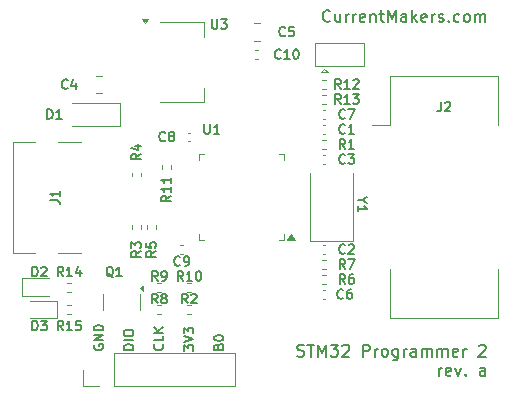
<source format=gto>
%TF.GenerationSoftware,KiCad,Pcbnew,9.0.4+dfsg-1*%
%TF.CreationDate,2025-09-23T10:19:51+08:00*%
%TF.ProjectId,stlink,73746c69-6e6b-42e6-9b69-6361645f7063,a*%
%TF.SameCoordinates,Original*%
%TF.FileFunction,Legend,Top*%
%TF.FilePolarity,Positive*%
%FSLAX45Y45*%
G04 Gerber Fmt 4.5, Leading zero omitted, Abs format (unit mm)*
G04 Created by KiCad (PCBNEW 9.0.4+dfsg-1) date 2025-09-23 10:19:51*
%MOMM*%
%LPD*%
G01*
G04 APERTURE LIST*
%ADD10C,0.150000*%
%ADD11C,0.120000*%
G04 APERTURE END LIST*
D10*
X11395110Y-10136170D02*
X11398920Y-10139979D01*
X11398920Y-10139979D02*
X11402729Y-10151408D01*
X11402729Y-10151408D02*
X11402729Y-10159027D01*
X11402729Y-10159027D02*
X11398920Y-10170455D01*
X11398920Y-10170455D02*
X11391301Y-10178074D01*
X11391301Y-10178074D02*
X11383682Y-10181884D01*
X11383682Y-10181884D02*
X11368444Y-10185694D01*
X11368444Y-10185694D02*
X11357015Y-10185694D01*
X11357015Y-10185694D02*
X11341777Y-10181884D01*
X11341777Y-10181884D02*
X11334158Y-10178074D01*
X11334158Y-10178074D02*
X11326539Y-10170455D01*
X11326539Y-10170455D02*
X11322729Y-10159027D01*
X11322729Y-10159027D02*
X11322729Y-10151408D01*
X11322729Y-10151408D02*
X11326539Y-10139979D01*
X11326539Y-10139979D02*
X11330348Y-10136170D01*
X11402729Y-10063789D02*
X11402729Y-10101884D01*
X11402729Y-10101884D02*
X11322729Y-10101884D01*
X11402729Y-10037122D02*
X11322729Y-10037122D01*
X11402729Y-9991408D02*
X11357015Y-10025694D01*
X11322729Y-9991408D02*
X11368444Y-10037122D01*
X11148730Y-10181884D02*
X11068730Y-10181884D01*
X11068730Y-10181884D02*
X11068730Y-10162836D01*
X11068730Y-10162836D02*
X11072539Y-10151408D01*
X11072539Y-10151408D02*
X11080158Y-10143789D01*
X11080158Y-10143789D02*
X11087777Y-10139979D01*
X11087777Y-10139979D02*
X11103015Y-10136170D01*
X11103015Y-10136170D02*
X11114444Y-10136170D01*
X11114444Y-10136170D02*
X11129682Y-10139979D01*
X11129682Y-10139979D02*
X11137301Y-10143789D01*
X11137301Y-10143789D02*
X11144920Y-10151408D01*
X11144920Y-10151408D02*
X11148730Y-10162836D01*
X11148730Y-10162836D02*
X11148730Y-10181884D01*
X11148730Y-10101884D02*
X11068730Y-10101884D01*
X11068730Y-10048551D02*
X11068730Y-10033313D01*
X11068730Y-10033313D02*
X11072539Y-10025694D01*
X11072539Y-10025694D02*
X11080158Y-10018074D01*
X11080158Y-10018074D02*
X11095396Y-10014265D01*
X11095396Y-10014265D02*
X11122063Y-10014265D01*
X11122063Y-10014265D02*
X11137301Y-10018074D01*
X11137301Y-10018074D02*
X11144920Y-10025694D01*
X11144920Y-10025694D02*
X11148730Y-10033313D01*
X11148730Y-10033313D02*
X11148730Y-10048551D01*
X11148730Y-10048551D02*
X11144920Y-10056170D01*
X11144920Y-10056170D02*
X11137301Y-10063789D01*
X11137301Y-10063789D02*
X11122063Y-10067598D01*
X11122063Y-10067598D02*
X11095396Y-10067598D01*
X11095396Y-10067598D02*
X11080158Y-10063789D01*
X11080158Y-10063789D02*
X11072539Y-10056170D01*
X11072539Y-10056170D02*
X11068730Y-10048551D01*
X12536346Y-10235226D02*
X12550631Y-10239988D01*
X12550631Y-10239988D02*
X12574441Y-10239988D01*
X12574441Y-10239988D02*
X12583965Y-10235226D01*
X12583965Y-10235226D02*
X12588727Y-10230464D01*
X12588727Y-10230464D02*
X12593488Y-10220940D01*
X12593488Y-10220940D02*
X12593488Y-10211416D01*
X12593488Y-10211416D02*
X12588727Y-10201892D01*
X12588727Y-10201892D02*
X12583965Y-10197130D01*
X12583965Y-10197130D02*
X12574441Y-10192368D01*
X12574441Y-10192368D02*
X12555393Y-10187607D01*
X12555393Y-10187607D02*
X12545869Y-10182845D01*
X12545869Y-10182845D02*
X12541108Y-10178083D01*
X12541108Y-10178083D02*
X12536346Y-10168559D01*
X12536346Y-10168559D02*
X12536346Y-10159035D01*
X12536346Y-10159035D02*
X12541108Y-10149511D01*
X12541108Y-10149511D02*
X12545869Y-10144749D01*
X12545869Y-10144749D02*
X12555393Y-10139988D01*
X12555393Y-10139988D02*
X12579203Y-10139988D01*
X12579203Y-10139988D02*
X12593488Y-10144749D01*
X12622060Y-10139988D02*
X12679203Y-10139988D01*
X12650631Y-10239988D02*
X12650631Y-10139988D01*
X12712536Y-10239988D02*
X12712536Y-10139988D01*
X12712536Y-10139988D02*
X12745869Y-10211416D01*
X12745869Y-10211416D02*
X12779203Y-10139988D01*
X12779203Y-10139988D02*
X12779203Y-10239988D01*
X12817298Y-10139988D02*
X12879203Y-10139988D01*
X12879203Y-10139988D02*
X12845869Y-10178083D01*
X12845869Y-10178083D02*
X12860155Y-10178083D01*
X12860155Y-10178083D02*
X12869679Y-10182845D01*
X12869679Y-10182845D02*
X12874441Y-10187607D01*
X12874441Y-10187607D02*
X12879203Y-10197130D01*
X12879203Y-10197130D02*
X12879203Y-10220940D01*
X12879203Y-10220940D02*
X12874441Y-10230464D01*
X12874441Y-10230464D02*
X12869679Y-10235226D01*
X12869679Y-10235226D02*
X12860155Y-10239988D01*
X12860155Y-10239988D02*
X12831584Y-10239988D01*
X12831584Y-10239988D02*
X12822060Y-10235226D01*
X12822060Y-10235226D02*
X12817298Y-10230464D01*
X12917298Y-10149511D02*
X12922060Y-10144749D01*
X12922060Y-10144749D02*
X12931584Y-10139988D01*
X12931584Y-10139988D02*
X12955393Y-10139988D01*
X12955393Y-10139988D02*
X12964917Y-10144749D01*
X12964917Y-10144749D02*
X12969679Y-10149511D01*
X12969679Y-10149511D02*
X12974441Y-10159035D01*
X12974441Y-10159035D02*
X12974441Y-10168559D01*
X12974441Y-10168559D02*
X12969679Y-10182845D01*
X12969679Y-10182845D02*
X12912536Y-10239988D01*
X12912536Y-10239988D02*
X12974441Y-10239988D01*
X13093489Y-10239988D02*
X13093489Y-10139988D01*
X13093489Y-10139988D02*
X13131584Y-10139988D01*
X13131584Y-10139988D02*
X13141108Y-10144749D01*
X13141108Y-10144749D02*
X13145869Y-10149511D01*
X13145869Y-10149511D02*
X13150631Y-10159035D01*
X13150631Y-10159035D02*
X13150631Y-10173321D01*
X13150631Y-10173321D02*
X13145869Y-10182845D01*
X13145869Y-10182845D02*
X13141108Y-10187607D01*
X13141108Y-10187607D02*
X13131584Y-10192368D01*
X13131584Y-10192368D02*
X13093489Y-10192368D01*
X13193489Y-10239988D02*
X13193489Y-10173321D01*
X13193489Y-10192368D02*
X13198250Y-10182845D01*
X13198250Y-10182845D02*
X13203012Y-10178083D01*
X13203012Y-10178083D02*
X13212536Y-10173321D01*
X13212536Y-10173321D02*
X13222060Y-10173321D01*
X13269679Y-10239988D02*
X13260155Y-10235226D01*
X13260155Y-10235226D02*
X13255393Y-10230464D01*
X13255393Y-10230464D02*
X13250631Y-10220940D01*
X13250631Y-10220940D02*
X13250631Y-10192368D01*
X13250631Y-10192368D02*
X13255393Y-10182845D01*
X13255393Y-10182845D02*
X13260155Y-10178083D01*
X13260155Y-10178083D02*
X13269679Y-10173321D01*
X13269679Y-10173321D02*
X13283965Y-10173321D01*
X13283965Y-10173321D02*
X13293489Y-10178083D01*
X13293489Y-10178083D02*
X13298250Y-10182845D01*
X13298250Y-10182845D02*
X13303012Y-10192368D01*
X13303012Y-10192368D02*
X13303012Y-10220940D01*
X13303012Y-10220940D02*
X13298250Y-10230464D01*
X13298250Y-10230464D02*
X13293489Y-10235226D01*
X13293489Y-10235226D02*
X13283965Y-10239988D01*
X13283965Y-10239988D02*
X13269679Y-10239988D01*
X13388727Y-10173321D02*
X13388727Y-10254273D01*
X13388727Y-10254273D02*
X13383965Y-10263797D01*
X13383965Y-10263797D02*
X13379203Y-10268559D01*
X13379203Y-10268559D02*
X13369679Y-10273321D01*
X13369679Y-10273321D02*
X13355393Y-10273321D01*
X13355393Y-10273321D02*
X13345870Y-10268559D01*
X13388727Y-10235226D02*
X13379203Y-10239988D01*
X13379203Y-10239988D02*
X13360155Y-10239988D01*
X13360155Y-10239988D02*
X13350631Y-10235226D01*
X13350631Y-10235226D02*
X13345870Y-10230464D01*
X13345870Y-10230464D02*
X13341108Y-10220940D01*
X13341108Y-10220940D02*
X13341108Y-10192368D01*
X13341108Y-10192368D02*
X13345870Y-10182845D01*
X13345870Y-10182845D02*
X13350631Y-10178083D01*
X13350631Y-10178083D02*
X13360155Y-10173321D01*
X13360155Y-10173321D02*
X13379203Y-10173321D01*
X13379203Y-10173321D02*
X13388727Y-10178083D01*
X13436346Y-10239988D02*
X13436346Y-10173321D01*
X13436346Y-10192368D02*
X13441108Y-10182845D01*
X13441108Y-10182845D02*
X13445870Y-10178083D01*
X13445870Y-10178083D02*
X13455393Y-10173321D01*
X13455393Y-10173321D02*
X13464917Y-10173321D01*
X13541108Y-10239988D02*
X13541108Y-10187607D01*
X13541108Y-10187607D02*
X13536346Y-10178083D01*
X13536346Y-10178083D02*
X13526822Y-10173321D01*
X13526822Y-10173321D02*
X13507774Y-10173321D01*
X13507774Y-10173321D02*
X13498251Y-10178083D01*
X13541108Y-10235226D02*
X13531584Y-10239988D01*
X13531584Y-10239988D02*
X13507774Y-10239988D01*
X13507774Y-10239988D02*
X13498251Y-10235226D01*
X13498251Y-10235226D02*
X13493489Y-10225702D01*
X13493489Y-10225702D02*
X13493489Y-10216178D01*
X13493489Y-10216178D02*
X13498251Y-10206654D01*
X13498251Y-10206654D02*
X13507774Y-10201892D01*
X13507774Y-10201892D02*
X13531584Y-10201892D01*
X13531584Y-10201892D02*
X13541108Y-10197130D01*
X13588727Y-10239988D02*
X13588727Y-10173321D01*
X13588727Y-10182845D02*
X13593489Y-10178083D01*
X13593489Y-10178083D02*
X13603012Y-10173321D01*
X13603012Y-10173321D02*
X13617298Y-10173321D01*
X13617298Y-10173321D02*
X13626822Y-10178083D01*
X13626822Y-10178083D02*
X13631584Y-10187607D01*
X13631584Y-10187607D02*
X13631584Y-10239988D01*
X13631584Y-10187607D02*
X13636346Y-10178083D01*
X13636346Y-10178083D02*
X13645870Y-10173321D01*
X13645870Y-10173321D02*
X13660155Y-10173321D01*
X13660155Y-10173321D02*
X13669679Y-10178083D01*
X13669679Y-10178083D02*
X13674441Y-10187607D01*
X13674441Y-10187607D02*
X13674441Y-10239988D01*
X13722060Y-10239988D02*
X13722060Y-10173321D01*
X13722060Y-10182845D02*
X13726822Y-10178083D01*
X13726822Y-10178083D02*
X13736346Y-10173321D01*
X13736346Y-10173321D02*
X13750631Y-10173321D01*
X13750631Y-10173321D02*
X13760155Y-10178083D01*
X13760155Y-10178083D02*
X13764917Y-10187607D01*
X13764917Y-10187607D02*
X13764917Y-10239988D01*
X13764917Y-10187607D02*
X13769679Y-10178083D01*
X13769679Y-10178083D02*
X13779203Y-10173321D01*
X13779203Y-10173321D02*
X13793489Y-10173321D01*
X13793489Y-10173321D02*
X13803012Y-10178083D01*
X13803012Y-10178083D02*
X13807774Y-10187607D01*
X13807774Y-10187607D02*
X13807774Y-10239988D01*
X13893489Y-10235226D02*
X13883965Y-10239988D01*
X13883965Y-10239988D02*
X13864917Y-10239988D01*
X13864917Y-10239988D02*
X13855393Y-10235226D01*
X13855393Y-10235226D02*
X13850631Y-10225702D01*
X13850631Y-10225702D02*
X13850631Y-10187607D01*
X13850631Y-10187607D02*
X13855393Y-10178083D01*
X13855393Y-10178083D02*
X13864917Y-10173321D01*
X13864917Y-10173321D02*
X13883965Y-10173321D01*
X13883965Y-10173321D02*
X13893489Y-10178083D01*
X13893489Y-10178083D02*
X13898250Y-10187607D01*
X13898250Y-10187607D02*
X13898250Y-10197130D01*
X13898250Y-10197130D02*
X13850631Y-10206654D01*
X13941108Y-10239988D02*
X13941108Y-10173321D01*
X13941108Y-10192368D02*
X13945870Y-10182845D01*
X13945870Y-10182845D02*
X13950631Y-10178083D01*
X13950631Y-10178083D02*
X13960155Y-10173321D01*
X13960155Y-10173321D02*
X13969679Y-10173321D01*
X14074441Y-10149511D02*
X14079203Y-10144749D01*
X14079203Y-10144749D02*
X14088727Y-10139988D01*
X14088727Y-10139988D02*
X14112536Y-10139988D01*
X14112536Y-10139988D02*
X14122060Y-10144749D01*
X14122060Y-10144749D02*
X14126822Y-10149511D01*
X14126822Y-10149511D02*
X14131584Y-10159035D01*
X14131584Y-10159035D02*
X14131584Y-10168559D01*
X14131584Y-10168559D02*
X14126822Y-10182845D01*
X14126822Y-10182845D02*
X14069679Y-10239988D01*
X14069679Y-10239988D02*
X14131584Y-10239988D01*
X13736346Y-10400982D02*
X13736346Y-10334315D01*
X13736346Y-10353363D02*
X13741108Y-10343839D01*
X13741108Y-10343839D02*
X13745870Y-10339077D01*
X13745870Y-10339077D02*
X13755393Y-10334315D01*
X13755393Y-10334315D02*
X13764917Y-10334315D01*
X13836346Y-10396220D02*
X13826822Y-10400982D01*
X13826822Y-10400982D02*
X13807774Y-10400982D01*
X13807774Y-10400982D02*
X13798251Y-10396220D01*
X13798251Y-10396220D02*
X13793489Y-10386696D01*
X13793489Y-10386696D02*
X13793489Y-10348601D01*
X13793489Y-10348601D02*
X13798251Y-10339077D01*
X13798251Y-10339077D02*
X13807774Y-10334315D01*
X13807774Y-10334315D02*
X13826822Y-10334315D01*
X13826822Y-10334315D02*
X13836346Y-10339077D01*
X13836346Y-10339077D02*
X13841108Y-10348601D01*
X13841108Y-10348601D02*
X13841108Y-10358125D01*
X13841108Y-10358125D02*
X13793489Y-10367649D01*
X13874441Y-10334315D02*
X13898251Y-10400982D01*
X13898251Y-10400982D02*
X13922060Y-10334315D01*
X13960155Y-10391458D02*
X13964917Y-10396220D01*
X13964917Y-10396220D02*
X13960155Y-10400982D01*
X13960155Y-10400982D02*
X13955393Y-10396220D01*
X13955393Y-10396220D02*
X13960155Y-10391458D01*
X13960155Y-10391458D02*
X13960155Y-10400982D01*
X14126822Y-10400982D02*
X14126822Y-10348601D01*
X14126822Y-10348601D02*
X14122060Y-10339077D01*
X14122060Y-10339077D02*
X14112536Y-10334315D01*
X14112536Y-10334315D02*
X14093489Y-10334315D01*
X14093489Y-10334315D02*
X14083965Y-10339077D01*
X14126822Y-10396220D02*
X14117298Y-10400982D01*
X14117298Y-10400982D02*
X14093489Y-10400982D01*
X14093489Y-10400982D02*
X14083965Y-10396220D01*
X14083965Y-10396220D02*
X14079203Y-10386696D01*
X14079203Y-10386696D02*
X14079203Y-10377172D01*
X14079203Y-10377172D02*
X14083965Y-10367649D01*
X14083965Y-10367649D02*
X14093489Y-10362887D01*
X14093489Y-10362887D02*
X14117298Y-10362887D01*
X14117298Y-10362887D02*
X14126822Y-10358125D01*
X11868825Y-10155217D02*
X11872634Y-10143789D01*
X11872634Y-10143789D02*
X11876444Y-10139979D01*
X11876444Y-10139979D02*
X11884063Y-10136170D01*
X11884063Y-10136170D02*
X11895491Y-10136170D01*
X11895491Y-10136170D02*
X11903110Y-10139979D01*
X11903110Y-10139979D02*
X11906920Y-10143789D01*
X11906920Y-10143789D02*
X11910729Y-10151408D01*
X11910729Y-10151408D02*
X11910729Y-10181884D01*
X11910729Y-10181884D02*
X11830729Y-10181884D01*
X11830729Y-10181884D02*
X11830729Y-10155217D01*
X11830729Y-10155217D02*
X11834539Y-10147598D01*
X11834539Y-10147598D02*
X11838348Y-10143789D01*
X11838348Y-10143789D02*
X11845968Y-10139979D01*
X11845968Y-10139979D02*
X11853587Y-10139979D01*
X11853587Y-10139979D02*
X11861206Y-10143789D01*
X11861206Y-10143789D02*
X11865015Y-10147598D01*
X11865015Y-10147598D02*
X11868825Y-10155217D01*
X11868825Y-10155217D02*
X11868825Y-10181884D01*
X11830729Y-10086646D02*
X11830729Y-10079027D01*
X11830729Y-10079027D02*
X11834539Y-10071408D01*
X11834539Y-10071408D02*
X11838348Y-10067598D01*
X11838348Y-10067598D02*
X11845968Y-10063789D01*
X11845968Y-10063789D02*
X11861206Y-10059979D01*
X11861206Y-10059979D02*
X11880253Y-10059979D01*
X11880253Y-10059979D02*
X11895491Y-10063789D01*
X11895491Y-10063789D02*
X11903110Y-10067598D01*
X11903110Y-10067598D02*
X11906920Y-10071408D01*
X11906920Y-10071408D02*
X11910729Y-10079027D01*
X11910729Y-10079027D02*
X11910729Y-10086646D01*
X11910729Y-10086646D02*
X11906920Y-10094265D01*
X11906920Y-10094265D02*
X11903110Y-10098074D01*
X11903110Y-10098074D02*
X11895491Y-10101884D01*
X11895491Y-10101884D02*
X11880253Y-10105694D01*
X11880253Y-10105694D02*
X11861206Y-10105694D01*
X11861206Y-10105694D02*
X11845968Y-10101884D01*
X11845968Y-10101884D02*
X11838348Y-10098074D01*
X11838348Y-10098074D02*
X11834539Y-10094265D01*
X11834539Y-10094265D02*
X11830729Y-10086646D01*
X10818539Y-10141179D02*
X10814730Y-10148798D01*
X10814730Y-10148798D02*
X10814730Y-10160227D01*
X10814730Y-10160227D02*
X10818539Y-10171655D01*
X10818539Y-10171655D02*
X10826158Y-10179274D01*
X10826158Y-10179274D02*
X10833777Y-10183084D01*
X10833777Y-10183084D02*
X10849015Y-10186894D01*
X10849015Y-10186894D02*
X10860444Y-10186894D01*
X10860444Y-10186894D02*
X10875682Y-10183084D01*
X10875682Y-10183084D02*
X10883301Y-10179274D01*
X10883301Y-10179274D02*
X10890920Y-10171655D01*
X10890920Y-10171655D02*
X10894730Y-10160227D01*
X10894730Y-10160227D02*
X10894730Y-10152608D01*
X10894730Y-10152608D02*
X10890920Y-10141179D01*
X10890920Y-10141179D02*
X10887110Y-10137370D01*
X10887110Y-10137370D02*
X10860444Y-10137370D01*
X10860444Y-10137370D02*
X10860444Y-10152608D01*
X10894730Y-10103084D02*
X10814730Y-10103084D01*
X10814730Y-10103084D02*
X10894730Y-10057370D01*
X10894730Y-10057370D02*
X10814730Y-10057370D01*
X10894730Y-10019274D02*
X10814730Y-10019274D01*
X10814730Y-10019274D02*
X10814730Y-10000227D01*
X10814730Y-10000227D02*
X10818539Y-9988798D01*
X10818539Y-9988798D02*
X10826158Y-9981179D01*
X10826158Y-9981179D02*
X10833777Y-9977370D01*
X10833777Y-9977370D02*
X10849015Y-9973560D01*
X10849015Y-9973560D02*
X10860444Y-9973560D01*
X10860444Y-9973560D02*
X10875682Y-9977370D01*
X10875682Y-9977370D02*
X10883301Y-9981179D01*
X10883301Y-9981179D02*
X10890920Y-9988798D01*
X10890920Y-9988798D02*
X10894730Y-10000227D01*
X10894730Y-10000227D02*
X10894730Y-10019274D01*
X11576729Y-10189503D02*
X11576729Y-10139979D01*
X11576729Y-10139979D02*
X11607206Y-10166646D01*
X11607206Y-10166646D02*
X11607206Y-10155217D01*
X11607206Y-10155217D02*
X11611015Y-10147598D01*
X11611015Y-10147598D02*
X11614825Y-10143789D01*
X11614825Y-10143789D02*
X11622444Y-10139979D01*
X11622444Y-10139979D02*
X11641491Y-10139979D01*
X11641491Y-10139979D02*
X11649110Y-10143789D01*
X11649110Y-10143789D02*
X11652920Y-10147598D01*
X11652920Y-10147598D02*
X11656729Y-10155217D01*
X11656729Y-10155217D02*
X11656729Y-10178074D01*
X11656729Y-10178074D02*
X11652920Y-10185694D01*
X11652920Y-10185694D02*
X11649110Y-10189503D01*
X11576729Y-10117122D02*
X11656729Y-10090455D01*
X11656729Y-10090455D02*
X11576729Y-10063789D01*
X11576729Y-10044741D02*
X11576729Y-9995217D01*
X11576729Y-9995217D02*
X11607206Y-10021884D01*
X11607206Y-10021884D02*
X11607206Y-10010455D01*
X11607206Y-10010455D02*
X11611015Y-10002836D01*
X11611015Y-10002836D02*
X11614825Y-9999027D01*
X11614825Y-9999027D02*
X11622444Y-9995217D01*
X11622444Y-9995217D02*
X11641491Y-9995217D01*
X11641491Y-9995217D02*
X11649110Y-9999027D01*
X11649110Y-9999027D02*
X11652920Y-10002836D01*
X11652920Y-10002836D02*
X11656729Y-10010455D01*
X11656729Y-10010455D02*
X11656729Y-10033313D01*
X11656729Y-10033313D02*
X11652920Y-10040932D01*
X11652920Y-10040932D02*
X11649110Y-10044741D01*
X12812536Y-7396958D02*
X12807774Y-7401720D01*
X12807774Y-7401720D02*
X12793488Y-7406482D01*
X12793488Y-7406482D02*
X12783965Y-7406482D01*
X12783965Y-7406482D02*
X12769679Y-7401720D01*
X12769679Y-7401720D02*
X12760155Y-7392196D01*
X12760155Y-7392196D02*
X12755393Y-7382672D01*
X12755393Y-7382672D02*
X12750631Y-7363625D01*
X12750631Y-7363625D02*
X12750631Y-7349339D01*
X12750631Y-7349339D02*
X12755393Y-7330291D01*
X12755393Y-7330291D02*
X12760155Y-7320768D01*
X12760155Y-7320768D02*
X12769679Y-7311244D01*
X12769679Y-7311244D02*
X12783965Y-7306482D01*
X12783965Y-7306482D02*
X12793488Y-7306482D01*
X12793488Y-7306482D02*
X12807774Y-7311244D01*
X12807774Y-7311244D02*
X12812536Y-7316006D01*
X12898250Y-7339815D02*
X12898250Y-7406482D01*
X12855393Y-7339815D02*
X12855393Y-7392196D01*
X12855393Y-7392196D02*
X12860155Y-7401720D01*
X12860155Y-7401720D02*
X12869679Y-7406482D01*
X12869679Y-7406482D02*
X12883965Y-7406482D01*
X12883965Y-7406482D02*
X12893488Y-7401720D01*
X12893488Y-7401720D02*
X12898250Y-7396958D01*
X12945869Y-7406482D02*
X12945869Y-7339815D01*
X12945869Y-7358863D02*
X12950631Y-7349339D01*
X12950631Y-7349339D02*
X12955393Y-7344577D01*
X12955393Y-7344577D02*
X12964917Y-7339815D01*
X12964917Y-7339815D02*
X12974441Y-7339815D01*
X13007774Y-7406482D02*
X13007774Y-7339815D01*
X13007774Y-7358863D02*
X13012536Y-7349339D01*
X13012536Y-7349339D02*
X13017298Y-7344577D01*
X13017298Y-7344577D02*
X13026822Y-7339815D01*
X13026822Y-7339815D02*
X13036346Y-7339815D01*
X13107774Y-7401720D02*
X13098250Y-7406482D01*
X13098250Y-7406482D02*
X13079203Y-7406482D01*
X13079203Y-7406482D02*
X13069679Y-7401720D01*
X13069679Y-7401720D02*
X13064917Y-7392196D01*
X13064917Y-7392196D02*
X13064917Y-7354101D01*
X13064917Y-7354101D02*
X13069679Y-7344577D01*
X13069679Y-7344577D02*
X13079203Y-7339815D01*
X13079203Y-7339815D02*
X13098250Y-7339815D01*
X13098250Y-7339815D02*
X13107774Y-7344577D01*
X13107774Y-7344577D02*
X13112536Y-7354101D01*
X13112536Y-7354101D02*
X13112536Y-7363625D01*
X13112536Y-7363625D02*
X13064917Y-7373148D01*
X13155393Y-7339815D02*
X13155393Y-7406482D01*
X13155393Y-7349339D02*
X13160155Y-7344577D01*
X13160155Y-7344577D02*
X13169679Y-7339815D01*
X13169679Y-7339815D02*
X13183965Y-7339815D01*
X13183965Y-7339815D02*
X13193489Y-7344577D01*
X13193489Y-7344577D02*
X13198250Y-7354101D01*
X13198250Y-7354101D02*
X13198250Y-7406482D01*
X13231584Y-7339815D02*
X13269679Y-7339815D01*
X13245870Y-7306482D02*
X13245870Y-7392196D01*
X13245870Y-7392196D02*
X13250631Y-7401720D01*
X13250631Y-7401720D02*
X13260155Y-7406482D01*
X13260155Y-7406482D02*
X13269679Y-7406482D01*
X13303012Y-7406482D02*
X13303012Y-7306482D01*
X13303012Y-7306482D02*
X13336346Y-7377910D01*
X13336346Y-7377910D02*
X13369679Y-7306482D01*
X13369679Y-7306482D02*
X13369679Y-7406482D01*
X13460155Y-7406482D02*
X13460155Y-7354101D01*
X13460155Y-7354101D02*
X13455393Y-7344577D01*
X13455393Y-7344577D02*
X13445870Y-7339815D01*
X13445870Y-7339815D02*
X13426822Y-7339815D01*
X13426822Y-7339815D02*
X13417298Y-7344577D01*
X13460155Y-7401720D02*
X13450631Y-7406482D01*
X13450631Y-7406482D02*
X13426822Y-7406482D01*
X13426822Y-7406482D02*
X13417298Y-7401720D01*
X13417298Y-7401720D02*
X13412536Y-7392196D01*
X13412536Y-7392196D02*
X13412536Y-7382672D01*
X13412536Y-7382672D02*
X13417298Y-7373148D01*
X13417298Y-7373148D02*
X13426822Y-7368387D01*
X13426822Y-7368387D02*
X13450631Y-7368387D01*
X13450631Y-7368387D02*
X13460155Y-7363625D01*
X13507774Y-7406482D02*
X13507774Y-7306482D01*
X13517298Y-7368387D02*
X13545870Y-7406482D01*
X13545870Y-7339815D02*
X13507774Y-7377910D01*
X13626822Y-7401720D02*
X13617298Y-7406482D01*
X13617298Y-7406482D02*
X13598251Y-7406482D01*
X13598251Y-7406482D02*
X13588727Y-7401720D01*
X13588727Y-7401720D02*
X13583965Y-7392196D01*
X13583965Y-7392196D02*
X13583965Y-7354101D01*
X13583965Y-7354101D02*
X13588727Y-7344577D01*
X13588727Y-7344577D02*
X13598251Y-7339815D01*
X13598251Y-7339815D02*
X13617298Y-7339815D01*
X13617298Y-7339815D02*
X13626822Y-7344577D01*
X13626822Y-7344577D02*
X13631584Y-7354101D01*
X13631584Y-7354101D02*
X13631584Y-7363625D01*
X13631584Y-7363625D02*
X13583965Y-7373148D01*
X13674441Y-7406482D02*
X13674441Y-7339815D01*
X13674441Y-7358863D02*
X13679203Y-7349339D01*
X13679203Y-7349339D02*
X13683965Y-7344577D01*
X13683965Y-7344577D02*
X13693489Y-7339815D01*
X13693489Y-7339815D02*
X13703012Y-7339815D01*
X13731584Y-7401720D02*
X13741108Y-7406482D01*
X13741108Y-7406482D02*
X13760155Y-7406482D01*
X13760155Y-7406482D02*
X13769679Y-7401720D01*
X13769679Y-7401720D02*
X13774441Y-7392196D01*
X13774441Y-7392196D02*
X13774441Y-7387434D01*
X13774441Y-7387434D02*
X13769679Y-7377910D01*
X13769679Y-7377910D02*
X13760155Y-7373148D01*
X13760155Y-7373148D02*
X13745870Y-7373148D01*
X13745870Y-7373148D02*
X13736346Y-7368387D01*
X13736346Y-7368387D02*
X13731584Y-7358863D01*
X13731584Y-7358863D02*
X13731584Y-7354101D01*
X13731584Y-7354101D02*
X13736346Y-7344577D01*
X13736346Y-7344577D02*
X13745870Y-7339815D01*
X13745870Y-7339815D02*
X13760155Y-7339815D01*
X13760155Y-7339815D02*
X13769679Y-7344577D01*
X13817298Y-7396958D02*
X13822060Y-7401720D01*
X13822060Y-7401720D02*
X13817298Y-7406482D01*
X13817298Y-7406482D02*
X13812536Y-7401720D01*
X13812536Y-7401720D02*
X13817298Y-7396958D01*
X13817298Y-7396958D02*
X13817298Y-7406482D01*
X13907774Y-7401720D02*
X13898251Y-7406482D01*
X13898251Y-7406482D02*
X13879203Y-7406482D01*
X13879203Y-7406482D02*
X13869679Y-7401720D01*
X13869679Y-7401720D02*
X13864917Y-7396958D01*
X13864917Y-7396958D02*
X13860155Y-7387434D01*
X13860155Y-7387434D02*
X13860155Y-7358863D01*
X13860155Y-7358863D02*
X13864917Y-7349339D01*
X13864917Y-7349339D02*
X13869679Y-7344577D01*
X13869679Y-7344577D02*
X13879203Y-7339815D01*
X13879203Y-7339815D02*
X13898251Y-7339815D01*
X13898251Y-7339815D02*
X13907774Y-7344577D01*
X13964917Y-7406482D02*
X13955393Y-7401720D01*
X13955393Y-7401720D02*
X13950632Y-7396958D01*
X13950632Y-7396958D02*
X13945870Y-7387434D01*
X13945870Y-7387434D02*
X13945870Y-7358863D01*
X13945870Y-7358863D02*
X13950632Y-7349339D01*
X13950632Y-7349339D02*
X13955393Y-7344577D01*
X13955393Y-7344577D02*
X13964917Y-7339815D01*
X13964917Y-7339815D02*
X13979203Y-7339815D01*
X13979203Y-7339815D02*
X13988727Y-7344577D01*
X13988727Y-7344577D02*
X13993489Y-7349339D01*
X13993489Y-7349339D02*
X13998251Y-7358863D01*
X13998251Y-7358863D02*
X13998251Y-7387434D01*
X13998251Y-7387434D02*
X13993489Y-7396958D01*
X13993489Y-7396958D02*
X13988727Y-7401720D01*
X13988727Y-7401720D02*
X13979203Y-7406482D01*
X13979203Y-7406482D02*
X13964917Y-7406482D01*
X14041108Y-7406482D02*
X14041108Y-7339815D01*
X14041108Y-7349339D02*
X14045870Y-7344577D01*
X14045870Y-7344577D02*
X14055393Y-7339815D01*
X14055393Y-7339815D02*
X14069679Y-7339815D01*
X14069679Y-7339815D02*
X14079203Y-7344577D01*
X14079203Y-7344577D02*
X14083965Y-7354101D01*
X14083965Y-7354101D02*
X14083965Y-7406482D01*
X14083965Y-7354101D02*
X14088727Y-7344577D01*
X14088727Y-7344577D02*
X14098251Y-7339815D01*
X14098251Y-7339815D02*
X14112536Y-7339815D01*
X14112536Y-7339815D02*
X14122060Y-7344577D01*
X14122060Y-7344577D02*
X14126822Y-7354101D01*
X14126822Y-7354101D02*
X14126822Y-7406482D01*
X10591167Y-7966110D02*
X10587357Y-7969920D01*
X10587357Y-7969920D02*
X10575929Y-7973729D01*
X10575929Y-7973729D02*
X10568310Y-7973729D01*
X10568310Y-7973729D02*
X10556881Y-7969920D01*
X10556881Y-7969920D02*
X10549262Y-7962301D01*
X10549262Y-7962301D02*
X10545452Y-7954682D01*
X10545452Y-7954682D02*
X10541643Y-7939444D01*
X10541643Y-7939444D02*
X10541643Y-7928015D01*
X10541643Y-7928015D02*
X10545452Y-7912777D01*
X10545452Y-7912777D02*
X10549262Y-7905158D01*
X10549262Y-7905158D02*
X10556881Y-7897539D01*
X10556881Y-7897539D02*
X10568310Y-7893729D01*
X10568310Y-7893729D02*
X10575929Y-7893729D01*
X10575929Y-7893729D02*
X10587357Y-7897539D01*
X10587357Y-7897539D02*
X10591167Y-7901348D01*
X10659738Y-7920396D02*
X10659738Y-7973729D01*
X10640691Y-7889920D02*
X10621643Y-7947063D01*
X10621643Y-7947063D02*
X10671167Y-7947063D01*
X12432667Y-7521610D02*
X12428857Y-7525420D01*
X12428857Y-7525420D02*
X12417429Y-7529229D01*
X12417429Y-7529229D02*
X12409809Y-7529229D01*
X12409809Y-7529229D02*
X12398381Y-7525420D01*
X12398381Y-7525420D02*
X12390762Y-7517801D01*
X12390762Y-7517801D02*
X12386952Y-7510182D01*
X12386952Y-7510182D02*
X12383143Y-7494944D01*
X12383143Y-7494944D02*
X12383143Y-7483515D01*
X12383143Y-7483515D02*
X12386952Y-7468277D01*
X12386952Y-7468277D02*
X12390762Y-7460658D01*
X12390762Y-7460658D02*
X12398381Y-7453039D01*
X12398381Y-7453039D02*
X12409809Y-7449229D01*
X12409809Y-7449229D02*
X12417429Y-7449229D01*
X12417429Y-7449229D02*
X12428857Y-7453039D01*
X12428857Y-7453039D02*
X12432667Y-7456848D01*
X12505048Y-7449229D02*
X12466952Y-7449229D01*
X12466952Y-7449229D02*
X12463143Y-7487325D01*
X12463143Y-7487325D02*
X12466952Y-7483515D01*
X12466952Y-7483515D02*
X12474571Y-7479706D01*
X12474571Y-7479706D02*
X12493619Y-7479706D01*
X12493619Y-7479706D02*
X12501238Y-7483515D01*
X12501238Y-7483515D02*
X12505048Y-7487325D01*
X12505048Y-7487325D02*
X12508857Y-7494944D01*
X12508857Y-7494944D02*
X12508857Y-7513991D01*
X12508857Y-7513991D02*
X12505048Y-7521610D01*
X12505048Y-7521610D02*
X12501238Y-7525420D01*
X12501238Y-7525420D02*
X12493619Y-7529229D01*
X12493619Y-7529229D02*
X12474571Y-7529229D01*
X12474571Y-7529229D02*
X12466952Y-7525420D01*
X12466952Y-7525420D02*
X12463143Y-7521610D01*
X11339229Y-9347833D02*
X11301134Y-9374500D01*
X11339229Y-9393548D02*
X11259229Y-9393548D01*
X11259229Y-9393548D02*
X11259229Y-9363071D01*
X11259229Y-9363071D02*
X11263039Y-9355452D01*
X11263039Y-9355452D02*
X11266848Y-9351643D01*
X11266848Y-9351643D02*
X11274468Y-9347833D01*
X11274468Y-9347833D02*
X11285896Y-9347833D01*
X11285896Y-9347833D02*
X11293515Y-9351643D01*
X11293515Y-9351643D02*
X11297325Y-9355452D01*
X11297325Y-9355452D02*
X11301134Y-9363071D01*
X11301134Y-9363071D02*
X11301134Y-9393548D01*
X11259229Y-9275452D02*
X11259229Y-9313548D01*
X11259229Y-9313548D02*
X11297325Y-9317357D01*
X11297325Y-9317357D02*
X11293515Y-9313548D01*
X11293515Y-9313548D02*
X11289706Y-9305929D01*
X11289706Y-9305929D02*
X11289706Y-9286881D01*
X11289706Y-9286881D02*
X11293515Y-9279262D01*
X11293515Y-9279262D02*
X11297325Y-9275452D01*
X11297325Y-9275452D02*
X11304944Y-9271643D01*
X11304944Y-9271643D02*
X11323991Y-9271643D01*
X11323991Y-9271643D02*
X11331610Y-9275452D01*
X11331610Y-9275452D02*
X11335420Y-9279262D01*
X11335420Y-9279262D02*
X11339229Y-9286881D01*
X11339229Y-9286881D02*
X11339229Y-9305929D01*
X11339229Y-9305929D02*
X11335420Y-9313548D01*
X11335420Y-9313548D02*
X11331610Y-9317357D01*
X12925167Y-9744110D02*
X12921357Y-9747920D01*
X12921357Y-9747920D02*
X12909929Y-9751730D01*
X12909929Y-9751730D02*
X12902309Y-9751730D01*
X12902309Y-9751730D02*
X12890881Y-9747920D01*
X12890881Y-9747920D02*
X12883262Y-9740301D01*
X12883262Y-9740301D02*
X12879452Y-9732682D01*
X12879452Y-9732682D02*
X12875643Y-9717444D01*
X12875643Y-9717444D02*
X12875643Y-9706015D01*
X12875643Y-9706015D02*
X12879452Y-9690777D01*
X12879452Y-9690777D02*
X12883262Y-9683158D01*
X12883262Y-9683158D02*
X12890881Y-9675539D01*
X12890881Y-9675539D02*
X12902309Y-9671730D01*
X12902309Y-9671730D02*
X12909929Y-9671730D01*
X12909929Y-9671730D02*
X12921357Y-9675539D01*
X12921357Y-9675539D02*
X12925167Y-9679349D01*
X12993738Y-9671730D02*
X12978500Y-9671730D01*
X12978500Y-9671730D02*
X12970881Y-9675539D01*
X12970881Y-9675539D02*
X12967071Y-9679349D01*
X12967071Y-9679349D02*
X12959452Y-9690777D01*
X12959452Y-9690777D02*
X12955643Y-9706015D01*
X12955643Y-9706015D02*
X12955643Y-9736491D01*
X12955643Y-9736491D02*
X12959452Y-9744110D01*
X12959452Y-9744110D02*
X12963262Y-9747920D01*
X12963262Y-9747920D02*
X12970881Y-9751730D01*
X12970881Y-9751730D02*
X12986119Y-9751730D01*
X12986119Y-9751730D02*
X12993738Y-9747920D01*
X12993738Y-9747920D02*
X12997548Y-9744110D01*
X12997548Y-9744110D02*
X13001357Y-9736491D01*
X13001357Y-9736491D02*
X13001357Y-9717444D01*
X13001357Y-9717444D02*
X12997548Y-9709825D01*
X12997548Y-9709825D02*
X12993738Y-9706015D01*
X12993738Y-9706015D02*
X12986119Y-9702206D01*
X12986119Y-9702206D02*
X12970881Y-9702206D01*
X12970881Y-9702206D02*
X12963262Y-9706015D01*
X12963262Y-9706015D02*
X12959452Y-9709825D01*
X12959452Y-9709825D02*
X12955643Y-9717444D01*
X12940667Y-8220110D02*
X12936857Y-8223920D01*
X12936857Y-8223920D02*
X12925429Y-8227729D01*
X12925429Y-8227729D02*
X12917809Y-8227729D01*
X12917809Y-8227729D02*
X12906381Y-8223920D01*
X12906381Y-8223920D02*
X12898762Y-8216301D01*
X12898762Y-8216301D02*
X12894952Y-8208682D01*
X12894952Y-8208682D02*
X12891143Y-8193444D01*
X12891143Y-8193444D02*
X12891143Y-8182015D01*
X12891143Y-8182015D02*
X12894952Y-8166777D01*
X12894952Y-8166777D02*
X12898762Y-8159158D01*
X12898762Y-8159158D02*
X12906381Y-8151539D01*
X12906381Y-8151539D02*
X12917809Y-8147729D01*
X12917809Y-8147729D02*
X12925429Y-8147729D01*
X12925429Y-8147729D02*
X12936857Y-8151539D01*
X12936857Y-8151539D02*
X12940667Y-8155348D01*
X12967333Y-8147729D02*
X13020667Y-8147729D01*
X13020667Y-8147729D02*
X12986381Y-8227729D01*
X11416667Y-8410610D02*
X11412857Y-8414420D01*
X11412857Y-8414420D02*
X11401429Y-8418230D01*
X11401429Y-8418230D02*
X11393809Y-8418230D01*
X11393809Y-8418230D02*
X11382381Y-8414420D01*
X11382381Y-8414420D02*
X11374762Y-8406801D01*
X11374762Y-8406801D02*
X11370952Y-8399182D01*
X11370952Y-8399182D02*
X11367143Y-8383944D01*
X11367143Y-8383944D02*
X11367143Y-8372515D01*
X11367143Y-8372515D02*
X11370952Y-8357277D01*
X11370952Y-8357277D02*
X11374762Y-8349658D01*
X11374762Y-8349658D02*
X11382381Y-8342039D01*
X11382381Y-8342039D02*
X11393809Y-8338229D01*
X11393809Y-8338229D02*
X11401429Y-8338229D01*
X11401429Y-8338229D02*
X11412857Y-8342039D01*
X11412857Y-8342039D02*
X11416667Y-8345848D01*
X11462381Y-8372515D02*
X11454762Y-8368706D01*
X11454762Y-8368706D02*
X11450952Y-8364896D01*
X11450952Y-8364896D02*
X11447143Y-8357277D01*
X11447143Y-8357277D02*
X11447143Y-8353468D01*
X11447143Y-8353468D02*
X11450952Y-8345848D01*
X11450952Y-8345848D02*
X11454762Y-8342039D01*
X11454762Y-8342039D02*
X11462381Y-8338229D01*
X11462381Y-8338229D02*
X11477619Y-8338229D01*
X11477619Y-8338229D02*
X11485238Y-8342039D01*
X11485238Y-8342039D02*
X11489048Y-8345848D01*
X11489048Y-8345848D02*
X11492857Y-8353468D01*
X11492857Y-8353468D02*
X11492857Y-8357277D01*
X11492857Y-8357277D02*
X11489048Y-8364896D01*
X11489048Y-8364896D02*
X11485238Y-8368706D01*
X11485238Y-8368706D02*
X11477619Y-8372515D01*
X11477619Y-8372515D02*
X11462381Y-8372515D01*
X11462381Y-8372515D02*
X11454762Y-8376325D01*
X11454762Y-8376325D02*
X11450952Y-8380134D01*
X11450952Y-8380134D02*
X11447143Y-8387753D01*
X11447143Y-8387753D02*
X11447143Y-8402991D01*
X11447143Y-8402991D02*
X11450952Y-8410610D01*
X11450952Y-8410610D02*
X11454762Y-8414420D01*
X11454762Y-8414420D02*
X11462381Y-8418230D01*
X11462381Y-8418230D02*
X11477619Y-8418230D01*
X11477619Y-8418230D02*
X11485238Y-8414420D01*
X11485238Y-8414420D02*
X11489048Y-8410610D01*
X11489048Y-8410610D02*
X11492857Y-8402991D01*
X11492857Y-8402991D02*
X11492857Y-8387753D01*
X11492857Y-8387753D02*
X11489048Y-8380134D01*
X11489048Y-8380134D02*
X11485238Y-8376325D01*
X11485238Y-8376325D02*
X11477619Y-8372515D01*
X11543667Y-9464710D02*
X11539857Y-9468520D01*
X11539857Y-9468520D02*
X11528429Y-9472330D01*
X11528429Y-9472330D02*
X11520809Y-9472330D01*
X11520809Y-9472330D02*
X11509381Y-9468520D01*
X11509381Y-9468520D02*
X11501762Y-9460901D01*
X11501762Y-9460901D02*
X11497952Y-9453282D01*
X11497952Y-9453282D02*
X11494143Y-9438044D01*
X11494143Y-9438044D02*
X11494143Y-9426615D01*
X11494143Y-9426615D02*
X11497952Y-9411377D01*
X11497952Y-9411377D02*
X11501762Y-9403758D01*
X11501762Y-9403758D02*
X11509381Y-9396139D01*
X11509381Y-9396139D02*
X11520809Y-9392330D01*
X11520809Y-9392330D02*
X11528429Y-9392330D01*
X11528429Y-9392330D02*
X11539857Y-9396139D01*
X11539857Y-9396139D02*
X11543667Y-9399949D01*
X11581762Y-9472330D02*
X11597000Y-9472330D01*
X11597000Y-9472330D02*
X11604619Y-9468520D01*
X11604619Y-9468520D02*
X11608429Y-9464710D01*
X11608429Y-9464710D02*
X11616048Y-9453282D01*
X11616048Y-9453282D02*
X11619857Y-9438044D01*
X11619857Y-9438044D02*
X11619857Y-9407568D01*
X11619857Y-9407568D02*
X11616048Y-9399949D01*
X11616048Y-9399949D02*
X11612238Y-9396139D01*
X11612238Y-9396139D02*
X11604619Y-9392330D01*
X11604619Y-9392330D02*
X11589381Y-9392330D01*
X11589381Y-9392330D02*
X11581762Y-9396139D01*
X11581762Y-9396139D02*
X11577952Y-9399949D01*
X11577952Y-9399949D02*
X11574143Y-9407568D01*
X11574143Y-9407568D02*
X11574143Y-9426615D01*
X11574143Y-9426615D02*
X11577952Y-9434234D01*
X11577952Y-9434234D02*
X11581762Y-9438044D01*
X11581762Y-9438044D02*
X11589381Y-9441853D01*
X11589381Y-9441853D02*
X11604619Y-9441853D01*
X11604619Y-9441853D02*
X11612238Y-9438044D01*
X11612238Y-9438044D02*
X11616048Y-9434234D01*
X11616048Y-9434234D02*
X11619857Y-9426615D01*
X13752833Y-8084229D02*
X13752833Y-8141372D01*
X13752833Y-8141372D02*
X13749024Y-8152801D01*
X13749024Y-8152801D02*
X13741405Y-8160420D01*
X13741405Y-8160420D02*
X13729976Y-8164229D01*
X13729976Y-8164229D02*
X13722357Y-8164229D01*
X13787119Y-8091848D02*
X13790929Y-8088039D01*
X13790929Y-8088039D02*
X13798548Y-8084229D01*
X13798548Y-8084229D02*
X13817595Y-8084229D01*
X13817595Y-8084229D02*
X13825214Y-8088039D01*
X13825214Y-8088039D02*
X13829024Y-8091848D01*
X13829024Y-8091848D02*
X13832833Y-8099468D01*
X13832833Y-8099468D02*
X13832833Y-8107087D01*
X13832833Y-8107087D02*
X13829024Y-8118515D01*
X13829024Y-8118515D02*
X13783309Y-8164229D01*
X13783309Y-8164229D02*
X13832833Y-8164229D01*
X12940667Y-9363110D02*
X12936857Y-9366920D01*
X12936857Y-9366920D02*
X12925429Y-9370730D01*
X12925429Y-9370730D02*
X12917809Y-9370730D01*
X12917809Y-9370730D02*
X12906381Y-9366920D01*
X12906381Y-9366920D02*
X12898762Y-9359301D01*
X12898762Y-9359301D02*
X12894952Y-9351682D01*
X12894952Y-9351682D02*
X12891143Y-9336444D01*
X12891143Y-9336444D02*
X12891143Y-9325015D01*
X12891143Y-9325015D02*
X12894952Y-9309777D01*
X12894952Y-9309777D02*
X12898762Y-9302158D01*
X12898762Y-9302158D02*
X12906381Y-9294539D01*
X12906381Y-9294539D02*
X12917809Y-9290730D01*
X12917809Y-9290730D02*
X12925429Y-9290730D01*
X12925429Y-9290730D02*
X12936857Y-9294539D01*
X12936857Y-9294539D02*
X12940667Y-9298349D01*
X12971143Y-9298349D02*
X12974952Y-9294539D01*
X12974952Y-9294539D02*
X12982571Y-9290730D01*
X12982571Y-9290730D02*
X13001619Y-9290730D01*
X13001619Y-9290730D02*
X13009238Y-9294539D01*
X13009238Y-9294539D02*
X13013048Y-9298349D01*
X13013048Y-9298349D02*
X13016857Y-9305968D01*
X13016857Y-9305968D02*
X13016857Y-9313587D01*
X13016857Y-9313587D02*
X13013048Y-9325015D01*
X13013048Y-9325015D02*
X12967333Y-9370730D01*
X12967333Y-9370730D02*
X13016857Y-9370730D01*
X12940667Y-8601110D02*
X12936857Y-8604920D01*
X12936857Y-8604920D02*
X12925429Y-8608730D01*
X12925429Y-8608730D02*
X12917809Y-8608730D01*
X12917809Y-8608730D02*
X12906381Y-8604920D01*
X12906381Y-8604920D02*
X12898762Y-8597301D01*
X12898762Y-8597301D02*
X12894952Y-8589682D01*
X12894952Y-8589682D02*
X12891143Y-8574444D01*
X12891143Y-8574444D02*
X12891143Y-8563015D01*
X12891143Y-8563015D02*
X12894952Y-8547777D01*
X12894952Y-8547777D02*
X12898762Y-8540158D01*
X12898762Y-8540158D02*
X12906381Y-8532539D01*
X12906381Y-8532539D02*
X12917809Y-8528730D01*
X12917809Y-8528730D02*
X12925429Y-8528730D01*
X12925429Y-8528730D02*
X12936857Y-8532539D01*
X12936857Y-8532539D02*
X12940667Y-8536349D01*
X12967333Y-8528730D02*
X13016857Y-8528730D01*
X13016857Y-8528730D02*
X12990190Y-8559206D01*
X12990190Y-8559206D02*
X13001619Y-8559206D01*
X13001619Y-8559206D02*
X13009238Y-8563015D01*
X13009238Y-8563015D02*
X13013048Y-8566825D01*
X13013048Y-8566825D02*
X13016857Y-8574444D01*
X13016857Y-8574444D02*
X13016857Y-8593491D01*
X13016857Y-8593491D02*
X13013048Y-8601110D01*
X13013048Y-8601110D02*
X13009238Y-8604920D01*
X13009238Y-8604920D02*
X13001619Y-8608730D01*
X13001619Y-8608730D02*
X12978762Y-8608730D01*
X12978762Y-8608730D02*
X12971143Y-8604920D01*
X12971143Y-8604920D02*
X12967333Y-8601110D01*
X10291452Y-9561230D02*
X10291452Y-9481230D01*
X10291452Y-9481230D02*
X10310500Y-9481230D01*
X10310500Y-9481230D02*
X10321929Y-9485039D01*
X10321929Y-9485039D02*
X10329548Y-9492658D01*
X10329548Y-9492658D02*
X10333357Y-9500277D01*
X10333357Y-9500277D02*
X10337167Y-9515515D01*
X10337167Y-9515515D02*
X10337167Y-9526944D01*
X10337167Y-9526944D02*
X10333357Y-9542182D01*
X10333357Y-9542182D02*
X10329548Y-9549801D01*
X10329548Y-9549801D02*
X10321929Y-9557420D01*
X10321929Y-9557420D02*
X10310500Y-9561230D01*
X10310500Y-9561230D02*
X10291452Y-9561230D01*
X10367643Y-9488849D02*
X10371452Y-9485039D01*
X10371452Y-9485039D02*
X10379071Y-9481230D01*
X10379071Y-9481230D02*
X10398119Y-9481230D01*
X10398119Y-9481230D02*
X10405738Y-9485039D01*
X10405738Y-9485039D02*
X10409548Y-9488849D01*
X10409548Y-9488849D02*
X10413357Y-9496468D01*
X10413357Y-9496468D02*
X10413357Y-9504087D01*
X10413357Y-9504087D02*
X10409548Y-9515515D01*
X10409548Y-9515515D02*
X10363833Y-9561230D01*
X10363833Y-9561230D02*
X10413357Y-9561230D01*
X10291452Y-10018430D02*
X10291452Y-9938430D01*
X10291452Y-9938430D02*
X10310500Y-9938430D01*
X10310500Y-9938430D02*
X10321929Y-9942239D01*
X10321929Y-9942239D02*
X10329548Y-9949858D01*
X10329548Y-9949858D02*
X10333357Y-9957477D01*
X10333357Y-9957477D02*
X10337167Y-9972715D01*
X10337167Y-9972715D02*
X10337167Y-9984144D01*
X10337167Y-9984144D02*
X10333357Y-9999382D01*
X10333357Y-9999382D02*
X10329548Y-10007001D01*
X10329548Y-10007001D02*
X10321929Y-10014620D01*
X10321929Y-10014620D02*
X10310500Y-10018430D01*
X10310500Y-10018430D02*
X10291452Y-10018430D01*
X10363833Y-9938430D02*
X10413357Y-9938430D01*
X10413357Y-9938430D02*
X10386691Y-9968906D01*
X10386691Y-9968906D02*
X10398119Y-9968906D01*
X10398119Y-9968906D02*
X10405738Y-9972715D01*
X10405738Y-9972715D02*
X10409548Y-9976525D01*
X10409548Y-9976525D02*
X10413357Y-9984144D01*
X10413357Y-9984144D02*
X10413357Y-10003191D01*
X10413357Y-10003191D02*
X10409548Y-10010810D01*
X10409548Y-10010810D02*
X10405738Y-10014620D01*
X10405738Y-10014620D02*
X10398119Y-10018430D01*
X10398119Y-10018430D02*
X10375262Y-10018430D01*
X10375262Y-10018430D02*
X10367643Y-10014620D01*
X10367643Y-10014620D02*
X10363833Y-10010810D01*
X10553071Y-9561230D02*
X10526405Y-9523134D01*
X10507357Y-9561230D02*
X10507357Y-9481230D01*
X10507357Y-9481230D02*
X10537833Y-9481230D01*
X10537833Y-9481230D02*
X10545452Y-9485039D01*
X10545452Y-9485039D02*
X10549262Y-9488849D01*
X10549262Y-9488849D02*
X10553071Y-9496468D01*
X10553071Y-9496468D02*
X10553071Y-9507896D01*
X10553071Y-9507896D02*
X10549262Y-9515515D01*
X10549262Y-9515515D02*
X10545452Y-9519325D01*
X10545452Y-9519325D02*
X10537833Y-9523134D01*
X10537833Y-9523134D02*
X10507357Y-9523134D01*
X10629262Y-9561230D02*
X10583548Y-9561230D01*
X10606405Y-9561230D02*
X10606405Y-9481230D01*
X10606405Y-9481230D02*
X10598786Y-9492658D01*
X10598786Y-9492658D02*
X10591167Y-9500277D01*
X10591167Y-9500277D02*
X10583548Y-9504087D01*
X10697833Y-9507896D02*
X10697833Y-9561230D01*
X10678786Y-9477420D02*
X10659738Y-9534563D01*
X10659738Y-9534563D02*
X10709262Y-9534563D01*
X10418452Y-8227729D02*
X10418452Y-8147729D01*
X10418452Y-8147729D02*
X10437500Y-8147729D01*
X10437500Y-8147729D02*
X10448929Y-8151539D01*
X10448929Y-8151539D02*
X10456548Y-8159158D01*
X10456548Y-8159158D02*
X10460357Y-8166777D01*
X10460357Y-8166777D02*
X10464167Y-8182015D01*
X10464167Y-8182015D02*
X10464167Y-8193444D01*
X10464167Y-8193444D02*
X10460357Y-8208682D01*
X10460357Y-8208682D02*
X10456548Y-8216301D01*
X10456548Y-8216301D02*
X10448929Y-8223920D01*
X10448929Y-8223920D02*
X10437500Y-8227729D01*
X10437500Y-8227729D02*
X10418452Y-8227729D01*
X10540357Y-8227729D02*
X10494643Y-8227729D01*
X10517500Y-8227729D02*
X10517500Y-8147729D01*
X10517500Y-8147729D02*
X10509881Y-8159158D01*
X10509881Y-8159158D02*
X10502262Y-8166777D01*
X10502262Y-8166777D02*
X10494643Y-8170587D01*
X11750048Y-8274729D02*
X11750048Y-8339491D01*
X11750048Y-8339491D02*
X11753857Y-8347110D01*
X11753857Y-8347110D02*
X11757667Y-8350920D01*
X11757667Y-8350920D02*
X11765286Y-8354729D01*
X11765286Y-8354729D02*
X11780524Y-8354729D01*
X11780524Y-8354729D02*
X11788143Y-8350920D01*
X11788143Y-8350920D02*
X11791952Y-8347110D01*
X11791952Y-8347110D02*
X11795762Y-8339491D01*
X11795762Y-8339491D02*
X11795762Y-8274729D01*
X11875762Y-8354729D02*
X11830047Y-8354729D01*
X11852905Y-8354729D02*
X11852905Y-8274729D01*
X11852905Y-8274729D02*
X11845286Y-8286158D01*
X11845286Y-8286158D02*
X11837667Y-8293777D01*
X11837667Y-8293777D02*
X11830047Y-8297587D01*
X12940667Y-8347110D02*
X12936857Y-8350920D01*
X12936857Y-8350920D02*
X12925429Y-8354729D01*
X12925429Y-8354729D02*
X12917809Y-8354729D01*
X12917809Y-8354729D02*
X12906381Y-8350920D01*
X12906381Y-8350920D02*
X12898762Y-8343301D01*
X12898762Y-8343301D02*
X12894952Y-8335682D01*
X12894952Y-8335682D02*
X12891143Y-8320444D01*
X12891143Y-8320444D02*
X12891143Y-8309015D01*
X12891143Y-8309015D02*
X12894952Y-8293777D01*
X12894952Y-8293777D02*
X12898762Y-8286158D01*
X12898762Y-8286158D02*
X12906381Y-8278539D01*
X12906381Y-8278539D02*
X12917809Y-8274729D01*
X12917809Y-8274729D02*
X12925429Y-8274729D01*
X12925429Y-8274729D02*
X12936857Y-8278539D01*
X12936857Y-8278539D02*
X12940667Y-8282348D01*
X13016857Y-8354729D02*
X12971143Y-8354729D01*
X12994000Y-8354729D02*
X12994000Y-8274729D01*
X12994000Y-8274729D02*
X12986381Y-8286158D01*
X12986381Y-8286158D02*
X12978762Y-8293777D01*
X12978762Y-8293777D02*
X12971143Y-8297587D01*
X12940667Y-8481730D02*
X12914000Y-8443634D01*
X12894952Y-8481730D02*
X12894952Y-8401730D01*
X12894952Y-8401730D02*
X12925429Y-8401730D01*
X12925429Y-8401730D02*
X12933048Y-8405539D01*
X12933048Y-8405539D02*
X12936857Y-8409349D01*
X12936857Y-8409349D02*
X12940667Y-8416968D01*
X12940667Y-8416968D02*
X12940667Y-8428396D01*
X12940667Y-8428396D02*
X12936857Y-8436015D01*
X12936857Y-8436015D02*
X12933048Y-8439825D01*
X12933048Y-8439825D02*
X12925429Y-8443634D01*
X12925429Y-8443634D02*
X12894952Y-8443634D01*
X13016857Y-8481730D02*
X12971143Y-8481730D01*
X12994000Y-8481730D02*
X12994000Y-8401730D01*
X12994000Y-8401730D02*
X12986381Y-8413158D01*
X12986381Y-8413158D02*
X12978762Y-8420777D01*
X12978762Y-8420777D02*
X12971143Y-8424587D01*
X11607167Y-9789830D02*
X11580500Y-9751734D01*
X11561452Y-9789830D02*
X11561452Y-9709830D01*
X11561452Y-9709830D02*
X11591929Y-9709830D01*
X11591929Y-9709830D02*
X11599548Y-9713639D01*
X11599548Y-9713639D02*
X11603357Y-9717449D01*
X11603357Y-9717449D02*
X11607167Y-9725068D01*
X11607167Y-9725068D02*
X11607167Y-9736496D01*
X11607167Y-9736496D02*
X11603357Y-9744115D01*
X11603357Y-9744115D02*
X11599548Y-9747925D01*
X11599548Y-9747925D02*
X11591929Y-9751734D01*
X11591929Y-9751734D02*
X11561452Y-9751734D01*
X11637643Y-9717449D02*
X11641452Y-9713639D01*
X11641452Y-9713639D02*
X11649071Y-9709830D01*
X11649071Y-9709830D02*
X11668119Y-9709830D01*
X11668119Y-9709830D02*
X11675738Y-9713639D01*
X11675738Y-9713639D02*
X11679548Y-9717449D01*
X11679548Y-9717449D02*
X11683357Y-9725068D01*
X11683357Y-9725068D02*
X11683357Y-9732687D01*
X11683357Y-9732687D02*
X11679548Y-9744115D01*
X11679548Y-9744115D02*
X11633833Y-9789830D01*
X11633833Y-9789830D02*
X11683357Y-9789830D01*
X11466229Y-8877929D02*
X11428134Y-8904595D01*
X11466229Y-8923643D02*
X11386229Y-8923643D01*
X11386229Y-8923643D02*
X11386229Y-8893167D01*
X11386229Y-8893167D02*
X11390039Y-8885548D01*
X11390039Y-8885548D02*
X11393848Y-8881738D01*
X11393848Y-8881738D02*
X11401468Y-8877929D01*
X11401468Y-8877929D02*
X11412896Y-8877929D01*
X11412896Y-8877929D02*
X11420515Y-8881738D01*
X11420515Y-8881738D02*
X11424325Y-8885548D01*
X11424325Y-8885548D02*
X11428134Y-8893167D01*
X11428134Y-8893167D02*
X11428134Y-8923643D01*
X11466229Y-8801738D02*
X11466229Y-8847452D01*
X11466229Y-8824595D02*
X11386229Y-8824595D01*
X11386229Y-8824595D02*
X11397658Y-8832214D01*
X11397658Y-8832214D02*
X11405277Y-8839833D01*
X11405277Y-8839833D02*
X11409087Y-8847452D01*
X11466229Y-8725548D02*
X11466229Y-8771262D01*
X11466229Y-8748405D02*
X11386229Y-8748405D01*
X11386229Y-8748405D02*
X11397658Y-8756024D01*
X11397658Y-8756024D02*
X11405277Y-8763643D01*
X11405277Y-8763643D02*
X11409087Y-8771262D01*
X10977881Y-9568849D02*
X10970262Y-9565039D01*
X10970262Y-9565039D02*
X10962643Y-9557420D01*
X10962643Y-9557420D02*
X10951214Y-9545991D01*
X10951214Y-9545991D02*
X10943595Y-9542182D01*
X10943595Y-9542182D02*
X10935976Y-9542182D01*
X10939786Y-9561230D02*
X10932167Y-9557420D01*
X10932167Y-9557420D02*
X10924548Y-9549801D01*
X10924548Y-9549801D02*
X10920738Y-9534563D01*
X10920738Y-9534563D02*
X10920738Y-9507896D01*
X10920738Y-9507896D02*
X10924548Y-9492658D01*
X10924548Y-9492658D02*
X10932167Y-9485039D01*
X10932167Y-9485039D02*
X10939786Y-9481230D01*
X10939786Y-9481230D02*
X10955024Y-9481230D01*
X10955024Y-9481230D02*
X10962643Y-9485039D01*
X10962643Y-9485039D02*
X10970262Y-9492658D01*
X10970262Y-9492658D02*
X10974071Y-9507896D01*
X10974071Y-9507896D02*
X10974071Y-9534563D01*
X10974071Y-9534563D02*
X10970262Y-9549801D01*
X10970262Y-9549801D02*
X10962643Y-9557420D01*
X10962643Y-9557420D02*
X10955024Y-9561230D01*
X10955024Y-9561230D02*
X10939786Y-9561230D01*
X11050262Y-9561230D02*
X11004548Y-9561230D01*
X11027405Y-9561230D02*
X11027405Y-9481230D01*
X11027405Y-9481230D02*
X11019786Y-9492658D01*
X11019786Y-9492658D02*
X11012167Y-9500277D01*
X11012167Y-9500277D02*
X11004548Y-9504087D01*
X11353167Y-9789830D02*
X11326500Y-9751734D01*
X11307452Y-9789830D02*
X11307452Y-9709830D01*
X11307452Y-9709830D02*
X11337929Y-9709830D01*
X11337929Y-9709830D02*
X11345548Y-9713639D01*
X11345548Y-9713639D02*
X11349357Y-9717449D01*
X11349357Y-9717449D02*
X11353167Y-9725068D01*
X11353167Y-9725068D02*
X11353167Y-9736496D01*
X11353167Y-9736496D02*
X11349357Y-9744115D01*
X11349357Y-9744115D02*
X11345548Y-9747925D01*
X11345548Y-9747925D02*
X11337929Y-9751734D01*
X11337929Y-9751734D02*
X11307452Y-9751734D01*
X11398881Y-9744115D02*
X11391262Y-9740306D01*
X11391262Y-9740306D02*
X11387452Y-9736496D01*
X11387452Y-9736496D02*
X11383643Y-9728877D01*
X11383643Y-9728877D02*
X11383643Y-9725068D01*
X11383643Y-9725068D02*
X11387452Y-9717449D01*
X11387452Y-9717449D02*
X11391262Y-9713639D01*
X11391262Y-9713639D02*
X11398881Y-9709830D01*
X11398881Y-9709830D02*
X11414119Y-9709830D01*
X11414119Y-9709830D02*
X11421738Y-9713639D01*
X11421738Y-9713639D02*
X11425548Y-9717449D01*
X11425548Y-9717449D02*
X11429357Y-9725068D01*
X11429357Y-9725068D02*
X11429357Y-9728877D01*
X11429357Y-9728877D02*
X11425548Y-9736496D01*
X11425548Y-9736496D02*
X11421738Y-9740306D01*
X11421738Y-9740306D02*
X11414119Y-9744115D01*
X11414119Y-9744115D02*
X11398881Y-9744115D01*
X11398881Y-9744115D02*
X11391262Y-9747925D01*
X11391262Y-9747925D02*
X11387452Y-9751734D01*
X11387452Y-9751734D02*
X11383643Y-9759353D01*
X11383643Y-9759353D02*
X11383643Y-9774591D01*
X11383643Y-9774591D02*
X11387452Y-9782210D01*
X11387452Y-9782210D02*
X11391262Y-9786020D01*
X11391262Y-9786020D02*
X11398881Y-9789830D01*
X11398881Y-9789830D02*
X11414119Y-9789830D01*
X11414119Y-9789830D02*
X11421738Y-9786020D01*
X11421738Y-9786020D02*
X11425548Y-9782210D01*
X11425548Y-9782210D02*
X11429357Y-9774591D01*
X11429357Y-9774591D02*
X11429357Y-9759353D01*
X11429357Y-9759353D02*
X11425548Y-9751734D01*
X11425548Y-9751734D02*
X11421738Y-9747925D01*
X11421738Y-9747925D02*
X11414119Y-9744115D01*
X11353167Y-9599330D02*
X11326500Y-9561234D01*
X11307452Y-9599330D02*
X11307452Y-9519330D01*
X11307452Y-9519330D02*
X11337929Y-9519330D01*
X11337929Y-9519330D02*
X11345548Y-9523139D01*
X11345548Y-9523139D02*
X11349357Y-9526949D01*
X11349357Y-9526949D02*
X11353167Y-9534568D01*
X11353167Y-9534568D02*
X11353167Y-9545996D01*
X11353167Y-9545996D02*
X11349357Y-9553615D01*
X11349357Y-9553615D02*
X11345548Y-9557425D01*
X11345548Y-9557425D02*
X11337929Y-9561234D01*
X11337929Y-9561234D02*
X11307452Y-9561234D01*
X11391262Y-9599330D02*
X11406500Y-9599330D01*
X11406500Y-9599330D02*
X11414119Y-9595520D01*
X11414119Y-9595520D02*
X11417929Y-9591710D01*
X11417929Y-9591710D02*
X11425548Y-9580282D01*
X11425548Y-9580282D02*
X11429357Y-9565044D01*
X11429357Y-9565044D02*
X11429357Y-9534568D01*
X11429357Y-9534568D02*
X11425548Y-9526949D01*
X11425548Y-9526949D02*
X11421738Y-9523139D01*
X11421738Y-9523139D02*
X11414119Y-9519330D01*
X11414119Y-9519330D02*
X11398881Y-9519330D01*
X11398881Y-9519330D02*
X11391262Y-9523139D01*
X11391262Y-9523139D02*
X11387452Y-9526949D01*
X11387452Y-9526949D02*
X11383643Y-9534568D01*
X11383643Y-9534568D02*
X11383643Y-9553615D01*
X11383643Y-9553615D02*
X11387452Y-9561234D01*
X11387452Y-9561234D02*
X11391262Y-9565044D01*
X11391262Y-9565044D02*
X11398881Y-9568853D01*
X11398881Y-9568853D02*
X11414119Y-9568853D01*
X11414119Y-9568853D02*
X11421738Y-9565044D01*
X11421738Y-9565044D02*
X11425548Y-9561234D01*
X11425548Y-9561234D02*
X11429357Y-9553615D01*
X12940667Y-9624730D02*
X12914000Y-9586634D01*
X12894952Y-9624730D02*
X12894952Y-9544730D01*
X12894952Y-9544730D02*
X12925429Y-9544730D01*
X12925429Y-9544730D02*
X12933048Y-9548539D01*
X12933048Y-9548539D02*
X12936857Y-9552349D01*
X12936857Y-9552349D02*
X12940667Y-9559968D01*
X12940667Y-9559968D02*
X12940667Y-9571396D01*
X12940667Y-9571396D02*
X12936857Y-9579015D01*
X12936857Y-9579015D02*
X12933048Y-9582825D01*
X12933048Y-9582825D02*
X12925429Y-9586634D01*
X12925429Y-9586634D02*
X12894952Y-9586634D01*
X13009238Y-9544730D02*
X12994000Y-9544730D01*
X12994000Y-9544730D02*
X12986381Y-9548539D01*
X12986381Y-9548539D02*
X12982571Y-9552349D01*
X12982571Y-9552349D02*
X12974952Y-9563777D01*
X12974952Y-9563777D02*
X12971143Y-9579015D01*
X12971143Y-9579015D02*
X12971143Y-9609491D01*
X12971143Y-9609491D02*
X12974952Y-9617110D01*
X12974952Y-9617110D02*
X12978762Y-9620920D01*
X12978762Y-9620920D02*
X12986381Y-9624730D01*
X12986381Y-9624730D02*
X13001619Y-9624730D01*
X13001619Y-9624730D02*
X13009238Y-9620920D01*
X13009238Y-9620920D02*
X13013048Y-9617110D01*
X13013048Y-9617110D02*
X13016857Y-9609491D01*
X13016857Y-9609491D02*
X13016857Y-9590444D01*
X13016857Y-9590444D02*
X13013048Y-9582825D01*
X13013048Y-9582825D02*
X13009238Y-9579015D01*
X13009238Y-9579015D02*
X13001619Y-9575206D01*
X13001619Y-9575206D02*
X12986381Y-9575206D01*
X12986381Y-9575206D02*
X12978762Y-9579015D01*
X12978762Y-9579015D02*
X12974952Y-9582825D01*
X12974952Y-9582825D02*
X12971143Y-9590444D01*
X12940667Y-9497730D02*
X12914000Y-9459634D01*
X12894952Y-9497730D02*
X12894952Y-9417730D01*
X12894952Y-9417730D02*
X12925429Y-9417730D01*
X12925429Y-9417730D02*
X12933048Y-9421539D01*
X12933048Y-9421539D02*
X12936857Y-9425349D01*
X12936857Y-9425349D02*
X12940667Y-9432968D01*
X12940667Y-9432968D02*
X12940667Y-9444396D01*
X12940667Y-9444396D02*
X12936857Y-9452015D01*
X12936857Y-9452015D02*
X12933048Y-9455825D01*
X12933048Y-9455825D02*
X12925429Y-9459634D01*
X12925429Y-9459634D02*
X12894952Y-9459634D01*
X12967333Y-9417730D02*
X13020667Y-9417730D01*
X13020667Y-9417730D02*
X12986381Y-9497730D01*
X12902571Y-7973729D02*
X12875905Y-7935634D01*
X12856857Y-7973729D02*
X12856857Y-7893729D01*
X12856857Y-7893729D02*
X12887333Y-7893729D01*
X12887333Y-7893729D02*
X12894952Y-7897539D01*
X12894952Y-7897539D02*
X12898762Y-7901348D01*
X12898762Y-7901348D02*
X12902571Y-7908968D01*
X12902571Y-7908968D02*
X12902571Y-7920396D01*
X12902571Y-7920396D02*
X12898762Y-7928015D01*
X12898762Y-7928015D02*
X12894952Y-7931825D01*
X12894952Y-7931825D02*
X12887333Y-7935634D01*
X12887333Y-7935634D02*
X12856857Y-7935634D01*
X12978762Y-7973729D02*
X12933047Y-7973729D01*
X12955905Y-7973729D02*
X12955905Y-7893729D01*
X12955905Y-7893729D02*
X12948286Y-7905158D01*
X12948286Y-7905158D02*
X12940667Y-7912777D01*
X12940667Y-7912777D02*
X12933047Y-7916587D01*
X13009238Y-7901348D02*
X13013048Y-7897539D01*
X13013048Y-7897539D02*
X13020667Y-7893729D01*
X13020667Y-7893729D02*
X13039714Y-7893729D01*
X13039714Y-7893729D02*
X13047333Y-7897539D01*
X13047333Y-7897539D02*
X13051143Y-7901348D01*
X13051143Y-7901348D02*
X13054952Y-7908968D01*
X13054952Y-7908968D02*
X13054952Y-7916587D01*
X13054952Y-7916587D02*
X13051143Y-7928015D01*
X13051143Y-7928015D02*
X13005428Y-7973729D01*
X13005428Y-7973729D02*
X13054952Y-7973729D01*
X11569071Y-9599330D02*
X11542405Y-9561234D01*
X11523357Y-9599330D02*
X11523357Y-9519330D01*
X11523357Y-9519330D02*
X11553833Y-9519330D01*
X11553833Y-9519330D02*
X11561452Y-9523139D01*
X11561452Y-9523139D02*
X11565262Y-9526949D01*
X11565262Y-9526949D02*
X11569071Y-9534568D01*
X11569071Y-9534568D02*
X11569071Y-9545996D01*
X11569071Y-9545996D02*
X11565262Y-9553615D01*
X11565262Y-9553615D02*
X11561452Y-9557425D01*
X11561452Y-9557425D02*
X11553833Y-9561234D01*
X11553833Y-9561234D02*
X11523357Y-9561234D01*
X11645262Y-9599330D02*
X11599547Y-9599330D01*
X11622405Y-9599330D02*
X11622405Y-9519330D01*
X11622405Y-9519330D02*
X11614786Y-9530758D01*
X11614786Y-9530758D02*
X11607167Y-9538377D01*
X11607167Y-9538377D02*
X11599547Y-9542187D01*
X11694786Y-9519330D02*
X11702405Y-9519330D01*
X11702405Y-9519330D02*
X11710024Y-9523139D01*
X11710024Y-9523139D02*
X11713833Y-9526949D01*
X11713833Y-9526949D02*
X11717643Y-9534568D01*
X11717643Y-9534568D02*
X11721452Y-9549806D01*
X11721452Y-9549806D02*
X11721452Y-9568853D01*
X11721452Y-9568853D02*
X11717643Y-9584091D01*
X11717643Y-9584091D02*
X11713833Y-9591710D01*
X11713833Y-9591710D02*
X11710024Y-9595520D01*
X11710024Y-9595520D02*
X11702405Y-9599330D01*
X11702405Y-9599330D02*
X11694786Y-9599330D01*
X11694786Y-9599330D02*
X11687167Y-9595520D01*
X11687167Y-9595520D02*
X11683357Y-9591710D01*
X11683357Y-9591710D02*
X11679548Y-9584091D01*
X11679548Y-9584091D02*
X11675738Y-9568853D01*
X11675738Y-9568853D02*
X11675738Y-9549806D01*
X11675738Y-9549806D02*
X11679548Y-9534568D01*
X11679548Y-9534568D02*
X11683357Y-9526949D01*
X11683357Y-9526949D02*
X11687167Y-9523139D01*
X11687167Y-9523139D02*
X11694786Y-9519330D01*
X13083866Y-8915405D02*
X13045770Y-8915405D01*
X13125770Y-8888738D02*
X13083866Y-8915405D01*
X13083866Y-8915405D02*
X13125770Y-8942071D01*
X13045770Y-9010643D02*
X13045770Y-8964929D01*
X13045770Y-8987786D02*
X13125770Y-8987786D01*
X13125770Y-8987786D02*
X13114342Y-8980167D01*
X13114342Y-8980167D02*
X13106723Y-8972548D01*
X13106723Y-8972548D02*
X13102913Y-8964929D01*
X10553071Y-10018430D02*
X10526405Y-9980334D01*
X10507357Y-10018430D02*
X10507357Y-9938430D01*
X10507357Y-9938430D02*
X10537833Y-9938430D01*
X10537833Y-9938430D02*
X10545452Y-9942239D01*
X10545452Y-9942239D02*
X10549262Y-9946049D01*
X10549262Y-9946049D02*
X10553071Y-9953668D01*
X10553071Y-9953668D02*
X10553071Y-9965096D01*
X10553071Y-9965096D02*
X10549262Y-9972715D01*
X10549262Y-9972715D02*
X10545452Y-9976525D01*
X10545452Y-9976525D02*
X10537833Y-9980334D01*
X10537833Y-9980334D02*
X10507357Y-9980334D01*
X10629262Y-10018430D02*
X10583548Y-10018430D01*
X10606405Y-10018430D02*
X10606405Y-9938430D01*
X10606405Y-9938430D02*
X10598786Y-9949858D01*
X10598786Y-9949858D02*
X10591167Y-9957477D01*
X10591167Y-9957477D02*
X10583548Y-9961287D01*
X10701643Y-9938430D02*
X10663548Y-9938430D01*
X10663548Y-9938430D02*
X10659738Y-9976525D01*
X10659738Y-9976525D02*
X10663548Y-9972715D01*
X10663548Y-9972715D02*
X10671167Y-9968906D01*
X10671167Y-9968906D02*
X10690214Y-9968906D01*
X10690214Y-9968906D02*
X10697833Y-9972715D01*
X10697833Y-9972715D02*
X10701643Y-9976525D01*
X10701643Y-9976525D02*
X10705452Y-9984144D01*
X10705452Y-9984144D02*
X10705452Y-10003191D01*
X10705452Y-10003191D02*
X10701643Y-10010810D01*
X10701643Y-10010810D02*
X10697833Y-10014620D01*
X10697833Y-10014620D02*
X10690214Y-10018430D01*
X10690214Y-10018430D02*
X10671167Y-10018430D01*
X10671167Y-10018430D02*
X10663548Y-10014620D01*
X10663548Y-10014620D02*
X10659738Y-10010810D01*
X12902571Y-8100729D02*
X12875905Y-8062634D01*
X12856857Y-8100729D02*
X12856857Y-8020729D01*
X12856857Y-8020729D02*
X12887333Y-8020729D01*
X12887333Y-8020729D02*
X12894952Y-8024539D01*
X12894952Y-8024539D02*
X12898762Y-8028348D01*
X12898762Y-8028348D02*
X12902571Y-8035968D01*
X12902571Y-8035968D02*
X12902571Y-8047396D01*
X12902571Y-8047396D02*
X12898762Y-8055015D01*
X12898762Y-8055015D02*
X12894952Y-8058825D01*
X12894952Y-8058825D02*
X12887333Y-8062634D01*
X12887333Y-8062634D02*
X12856857Y-8062634D01*
X12978762Y-8100729D02*
X12933047Y-8100729D01*
X12955905Y-8100729D02*
X12955905Y-8020729D01*
X12955905Y-8020729D02*
X12948286Y-8032158D01*
X12948286Y-8032158D02*
X12940667Y-8039777D01*
X12940667Y-8039777D02*
X12933047Y-8043587D01*
X13005428Y-8020729D02*
X13054952Y-8020729D01*
X13054952Y-8020729D02*
X13028286Y-8051206D01*
X13028286Y-8051206D02*
X13039714Y-8051206D01*
X13039714Y-8051206D02*
X13047333Y-8055015D01*
X13047333Y-8055015D02*
X13051143Y-8058825D01*
X13051143Y-8058825D02*
X13054952Y-8066444D01*
X13054952Y-8066444D02*
X13054952Y-8085491D01*
X13054952Y-8085491D02*
X13051143Y-8093110D01*
X13051143Y-8093110D02*
X13047333Y-8096920D01*
X13047333Y-8096920D02*
X13039714Y-8100729D01*
X13039714Y-8100729D02*
X13016857Y-8100729D01*
X13016857Y-8100729D02*
X13009238Y-8096920D01*
X13009238Y-8096920D02*
X13005428Y-8093110D01*
X11212229Y-9347833D02*
X11174134Y-9374500D01*
X11212229Y-9393548D02*
X11132230Y-9393548D01*
X11132230Y-9393548D02*
X11132230Y-9363071D01*
X11132230Y-9363071D02*
X11136039Y-9355452D01*
X11136039Y-9355452D02*
X11139849Y-9351643D01*
X11139849Y-9351643D02*
X11147468Y-9347833D01*
X11147468Y-9347833D02*
X11158896Y-9347833D01*
X11158896Y-9347833D02*
X11166515Y-9351643D01*
X11166515Y-9351643D02*
X11170325Y-9355452D01*
X11170325Y-9355452D02*
X11174134Y-9363071D01*
X11174134Y-9363071D02*
X11174134Y-9393548D01*
X11132230Y-9321167D02*
X11132230Y-9271643D01*
X11132230Y-9271643D02*
X11162706Y-9298309D01*
X11162706Y-9298309D02*
X11162706Y-9286881D01*
X11162706Y-9286881D02*
X11166515Y-9279262D01*
X11166515Y-9279262D02*
X11170325Y-9275452D01*
X11170325Y-9275452D02*
X11177944Y-9271643D01*
X11177944Y-9271643D02*
X11196991Y-9271643D01*
X11196991Y-9271643D02*
X11204610Y-9275452D01*
X11204610Y-9275452D02*
X11208420Y-9279262D01*
X11208420Y-9279262D02*
X11212229Y-9286881D01*
X11212229Y-9286881D02*
X11212229Y-9309738D01*
X11212229Y-9309738D02*
X11208420Y-9317357D01*
X11208420Y-9317357D02*
X11204610Y-9321167D01*
X10443730Y-8916667D02*
X10500872Y-8916667D01*
X10500872Y-8916667D02*
X10512301Y-8920476D01*
X10512301Y-8920476D02*
X10519920Y-8928095D01*
X10519920Y-8928095D02*
X10523730Y-8939524D01*
X10523730Y-8939524D02*
X10523730Y-8947143D01*
X10523730Y-8836667D02*
X10523730Y-8882381D01*
X10523730Y-8859524D02*
X10443730Y-8859524D01*
X10443730Y-8859524D02*
X10455158Y-8867143D01*
X10455158Y-8867143D02*
X10462777Y-8874762D01*
X10462777Y-8874762D02*
X10466587Y-8882381D01*
X12394571Y-7712110D02*
X12390762Y-7715920D01*
X12390762Y-7715920D02*
X12379333Y-7719729D01*
X12379333Y-7719729D02*
X12371714Y-7719729D01*
X12371714Y-7719729D02*
X12360286Y-7715920D01*
X12360286Y-7715920D02*
X12352667Y-7708301D01*
X12352667Y-7708301D02*
X12348857Y-7700682D01*
X12348857Y-7700682D02*
X12345047Y-7685444D01*
X12345047Y-7685444D02*
X12345047Y-7674015D01*
X12345047Y-7674015D02*
X12348857Y-7658777D01*
X12348857Y-7658777D02*
X12352667Y-7651158D01*
X12352667Y-7651158D02*
X12360286Y-7643539D01*
X12360286Y-7643539D02*
X12371714Y-7639729D01*
X12371714Y-7639729D02*
X12379333Y-7639729D01*
X12379333Y-7639729D02*
X12390762Y-7643539D01*
X12390762Y-7643539D02*
X12394571Y-7647348D01*
X12470762Y-7719729D02*
X12425047Y-7719729D01*
X12447905Y-7719729D02*
X12447905Y-7639729D01*
X12447905Y-7639729D02*
X12440286Y-7651158D01*
X12440286Y-7651158D02*
X12432667Y-7658777D01*
X12432667Y-7658777D02*
X12425047Y-7662587D01*
X12520286Y-7639729D02*
X12527905Y-7639729D01*
X12527905Y-7639729D02*
X12535524Y-7643539D01*
X12535524Y-7643539D02*
X12539333Y-7647348D01*
X12539333Y-7647348D02*
X12543143Y-7654968D01*
X12543143Y-7654968D02*
X12546952Y-7670206D01*
X12546952Y-7670206D02*
X12546952Y-7689253D01*
X12546952Y-7689253D02*
X12543143Y-7704491D01*
X12543143Y-7704491D02*
X12539333Y-7712110D01*
X12539333Y-7712110D02*
X12535524Y-7715920D01*
X12535524Y-7715920D02*
X12527905Y-7719729D01*
X12527905Y-7719729D02*
X12520286Y-7719729D01*
X12520286Y-7719729D02*
X12512667Y-7715920D01*
X12512667Y-7715920D02*
X12508857Y-7712110D01*
X12508857Y-7712110D02*
X12505048Y-7704491D01*
X12505048Y-7704491D02*
X12501238Y-7689253D01*
X12501238Y-7689253D02*
X12501238Y-7670206D01*
X12501238Y-7670206D02*
X12505048Y-7654968D01*
X12505048Y-7654968D02*
X12508857Y-7647348D01*
X12508857Y-7647348D02*
X12512667Y-7643539D01*
X12512667Y-7643539D02*
X12520286Y-7639729D01*
X11212229Y-8522333D02*
X11174134Y-8549000D01*
X11212229Y-8568048D02*
X11132230Y-8568048D01*
X11132230Y-8568048D02*
X11132230Y-8537571D01*
X11132230Y-8537571D02*
X11136039Y-8529952D01*
X11136039Y-8529952D02*
X11139849Y-8526143D01*
X11139849Y-8526143D02*
X11147468Y-8522333D01*
X11147468Y-8522333D02*
X11158896Y-8522333D01*
X11158896Y-8522333D02*
X11166515Y-8526143D01*
X11166515Y-8526143D02*
X11170325Y-8529952D01*
X11170325Y-8529952D02*
X11174134Y-8537571D01*
X11174134Y-8537571D02*
X11174134Y-8568048D01*
X11158896Y-8453762D02*
X11212229Y-8453762D01*
X11128420Y-8472809D02*
X11185563Y-8491857D01*
X11185563Y-8491857D02*
X11185563Y-8442333D01*
X11813548Y-7385729D02*
X11813548Y-7450491D01*
X11813548Y-7450491D02*
X11817357Y-7458110D01*
X11817357Y-7458110D02*
X11821167Y-7461920D01*
X11821167Y-7461920D02*
X11828786Y-7465729D01*
X11828786Y-7465729D02*
X11844024Y-7465729D01*
X11844024Y-7465729D02*
X11851643Y-7461920D01*
X11851643Y-7461920D02*
X11855452Y-7458110D01*
X11855452Y-7458110D02*
X11859262Y-7450491D01*
X11859262Y-7450491D02*
X11859262Y-7385729D01*
X11889738Y-7385729D02*
X11939262Y-7385729D01*
X11939262Y-7385729D02*
X11912595Y-7416206D01*
X11912595Y-7416206D02*
X11924024Y-7416206D01*
X11924024Y-7416206D02*
X11931643Y-7420015D01*
X11931643Y-7420015D02*
X11935452Y-7423825D01*
X11935452Y-7423825D02*
X11939262Y-7431444D01*
X11939262Y-7431444D02*
X11939262Y-7450491D01*
X11939262Y-7450491D02*
X11935452Y-7458110D01*
X11935452Y-7458110D02*
X11931643Y-7461920D01*
X11931643Y-7461920D02*
X11924024Y-7465729D01*
X11924024Y-7465729D02*
X11901167Y-7465729D01*
X11901167Y-7465729D02*
X11893547Y-7461920D01*
X11893547Y-7461920D02*
X11889738Y-7458110D01*
D11*
%TO.C,C4*%
X10884625Y-7864000D02*
X10832375Y-7864000D01*
X10884625Y-8011000D02*
X10832375Y-8011000D01*
%TO.C,C5*%
X12165875Y-7419500D02*
X12218125Y-7419500D01*
X12165875Y-7566500D02*
X12218125Y-7566500D01*
%TO.C,R5*%
X11265000Y-9128636D02*
X11265000Y-9159364D01*
X11341000Y-9128636D02*
X11341000Y-9159364D01*
%TO.C,C6*%
X12752716Y-9679500D02*
X12774284Y-9679500D01*
X12752716Y-9751500D02*
X12774284Y-9751500D01*
%TO.C,C7*%
X12752716Y-8155500D02*
X12774284Y-8155500D01*
X12752716Y-8227500D02*
X12774284Y-8227500D01*
%TO.C,C8*%
X11631284Y-8346000D02*
X11609716Y-8346000D01*
X11631284Y-8418000D02*
X11609716Y-8418000D01*
%TO.C,C9*%
X11567784Y-9298500D02*
X11546216Y-9298500D01*
X11567784Y-9370500D02*
X11546216Y-9370500D01*
%TO.C,J2*%
X13321000Y-7863000D02*
X14238000Y-7863000D01*
X13321000Y-8281000D02*
X13171000Y-8281000D01*
X13321000Y-8281000D02*
X13321000Y-7863000D01*
X13321000Y-9499000D02*
X13321000Y-9917000D01*
X13321000Y-9917000D02*
X14238000Y-9917000D01*
X14238000Y-7863000D02*
X14238000Y-8281000D01*
X14238000Y-9917000D02*
X14238000Y-9499000D01*
%TO.C,C2*%
X12774284Y-9298500D02*
X12752716Y-9298500D01*
X12774284Y-9370500D02*
X12752716Y-9370500D01*
%TO.C,C3*%
X12774284Y-8536500D02*
X12752716Y-8536500D01*
X12774284Y-8608500D02*
X12752716Y-8608500D01*
%TO.C,D2*%
X10202000Y-9578500D02*
X10202000Y-9725500D01*
X10202000Y-9725500D02*
X10430500Y-9725500D01*
X10430500Y-9578500D02*
X10202000Y-9578500D01*
%TO.C,D3*%
X10270500Y-9916000D02*
X10499000Y-9916000D01*
X10499000Y-9769000D02*
X10270500Y-9769000D01*
X10499000Y-9916000D02*
X10499000Y-9769000D01*
%TO.C,R14*%
X10589136Y-9614000D02*
X10619864Y-9614000D01*
X10589136Y-9690000D02*
X10619864Y-9690000D01*
%TO.C,D1*%
X11031000Y-8091500D02*
X10630000Y-8091500D01*
X11031000Y-8291500D02*
X10630000Y-8291500D01*
X11031000Y-8291500D02*
X11031000Y-8091500D01*
%TO.C,U1*%
X11704000Y-8529000D02*
X11704000Y-8574000D01*
X11704000Y-9251000D02*
X11704000Y-9206000D01*
X11749000Y-8529000D02*
X11704000Y-8529000D01*
X11749000Y-9251000D02*
X11704000Y-9251000D01*
X12381000Y-8529000D02*
X12426000Y-8529000D01*
X12381000Y-9251000D02*
X12426000Y-9251000D01*
X12426000Y-8529000D02*
X12426000Y-8574000D01*
X12426000Y-9251000D02*
X12426000Y-9206000D01*
X12519000Y-9253000D02*
X12451000Y-9253000D01*
X12485000Y-9206000D01*
X12519000Y-9253000D01*
G36*
X12519000Y-9253000D02*
G01*
X12451000Y-9253000D01*
X12485000Y-9206000D01*
X12519000Y-9253000D01*
G37*
%TO.C,C1*%
X12752716Y-8282500D02*
X12774284Y-8282500D01*
X12752716Y-8354500D02*
X12774284Y-8354500D01*
%TO.C,R1*%
X12748136Y-8407500D02*
X12778864Y-8407500D01*
X12748136Y-8483500D02*
X12778864Y-8483500D01*
%TO.C,R2*%
X11605136Y-9804500D02*
X11635864Y-9804500D01*
X11605136Y-9880500D02*
X11635864Y-9880500D01*
%TO.C,R11*%
X11392000Y-8620636D02*
X11392000Y-8651364D01*
X11468000Y-8620636D02*
X11468000Y-8651364D01*
%TO.C,Q1*%
X10893000Y-9779000D02*
X10893000Y-9714000D01*
X10893000Y-9779000D02*
X10893000Y-9844000D01*
X11205000Y-9779000D02*
X11205000Y-9714000D01*
X11205000Y-9779000D02*
X11205000Y-9844000D01*
X11233000Y-9686750D02*
X11200000Y-9662750D01*
X11233000Y-9638750D01*
X11233000Y-9686750D01*
G36*
X11233000Y-9686750D02*
G01*
X11200000Y-9662750D01*
X11233000Y-9638750D01*
X11233000Y-9686750D01*
G37*
%TO.C,R8*%
X11381864Y-9804500D02*
X11351136Y-9804500D01*
X11381864Y-9880500D02*
X11351136Y-9880500D01*
%TO.C,R9*%
X11351136Y-9614000D02*
X11381864Y-9614000D01*
X11351136Y-9690000D02*
X11381864Y-9690000D01*
%TO.C,R6*%
X12778864Y-9550500D02*
X12748136Y-9550500D01*
X12778864Y-9626500D02*
X12748136Y-9626500D01*
%TO.C,R7*%
X12778864Y-9423500D02*
X12748136Y-9423500D01*
X12778864Y-9499500D02*
X12748136Y-9499500D01*
%TO.C,R12*%
X12748136Y-7899500D02*
X12778864Y-7899500D01*
X12748136Y-7975500D02*
X12778864Y-7975500D01*
%TO.C,R10*%
X11635864Y-9614000D02*
X11605136Y-9614000D01*
X11635864Y-9690000D02*
X11605136Y-9690000D01*
%TO.C,Y1*%
X12647000Y-8683500D02*
X12647000Y-9258500D01*
X12647000Y-9258500D02*
X13007000Y-9258500D01*
X13007000Y-9258500D02*
X13007000Y-8683500D01*
%TO.C,R15*%
X10619864Y-9804500D02*
X10589136Y-9804500D01*
X10619864Y-9880500D02*
X10589136Y-9880500D01*
%TO.C,JP1*%
X12688500Y-7583500D02*
X13098500Y-7583500D01*
X12688500Y-7783500D02*
X12688500Y-7583500D01*
X12733500Y-7833500D02*
X12793500Y-7833500D01*
X12763500Y-7803500D02*
X12733500Y-7833500D01*
X12763500Y-7803500D02*
X12793500Y-7833500D01*
X13098500Y-7583500D02*
X13098500Y-7783500D01*
X13098500Y-7783500D02*
X12688500Y-7783500D01*
%TO.C,R13*%
X12778864Y-8026500D02*
X12748136Y-8026500D01*
X12778864Y-8102500D02*
X12748136Y-8102500D01*
%TO.C,J3*%
X10720500Y-10488000D02*
X10720500Y-10350000D01*
X10858500Y-10488000D02*
X10720500Y-10488000D01*
X10985500Y-10212000D02*
X12012500Y-10212000D01*
X10985500Y-10488000D02*
X10985500Y-10212000D01*
X10985500Y-10488000D02*
X12012500Y-10488000D01*
X12012500Y-10488000D02*
X12012500Y-10212000D01*
%TO.C,R3*%
X11138000Y-9159364D02*
X11138000Y-9128636D01*
X11214000Y-9159364D02*
X11214000Y-9128636D01*
%TO.C,J1*%
X10128000Y-8420000D02*
X10128000Y-9360000D01*
X10318000Y-8420000D02*
X10128000Y-8420000D01*
X10318000Y-9360000D02*
X10128000Y-9360000D01*
X10708000Y-8420000D02*
X10508000Y-8420000D01*
X10708000Y-9360000D02*
X10508000Y-9360000D01*
%TO.C,C10*%
X12181216Y-7647500D02*
X12202784Y-7647500D01*
X12181216Y-7719500D02*
X12202784Y-7719500D01*
%TO.C,R4*%
X11138000Y-8684136D02*
X11138000Y-8714864D01*
X11214000Y-8684136D02*
X11214000Y-8714864D01*
%TO.C,U3*%
X11372000Y-7406000D02*
X11748000Y-7406000D01*
X11372000Y-8088000D02*
X11748000Y-8088000D01*
X11748000Y-7406000D02*
X11748000Y-7532000D01*
X11748000Y-8088000D02*
X11748000Y-7962000D01*
X11244000Y-7416000D02*
X11220000Y-7383000D01*
X11268000Y-7383000D01*
X11244000Y-7416000D01*
G36*
X11244000Y-7416000D02*
G01*
X11220000Y-7383000D01*
X11268000Y-7383000D01*
X11244000Y-7416000D01*
G37*
%TD*%
M02*

</source>
